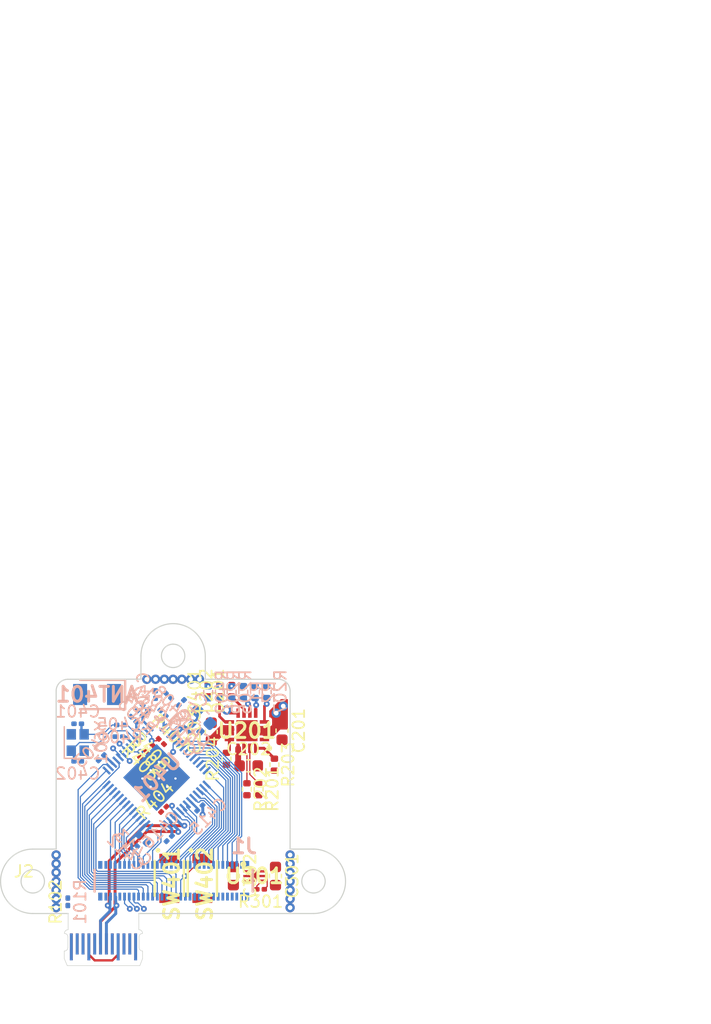
<source format=kicad_pcb>
(kicad_pcb (version 20221018) (generator pcbnew)
  (layers (0 "F.Cu" signal) (1 "In1.Cu" power) (2 "In2.Cu" mixed) (3 "In3.Cu" mixed) (4 "In4.Cu" power) (31 "B.Cu" signal) (34 "B.Paste" user) (35 "F.Paste" user) (36 "B.SilkS" user "B.Silkscreen") (37 "F.SilkS" user "F.Silkscreen") (38 "B.Mask" user) (39 "F.Mask" user) (44 "Edge.Cuts" user))
  (net 0 "")
  (net 1 "Net-(ANT401-A)")
  (net 2 "/VBAT")
  (net 3 "GND")
  (net 4 "VBUS")
  (net 5 "/VSYS")
  (net 7 "+3V3")
  (net 8 "Net-(C401-Pad1)")
  (net 9 "Net-(U401-XTAL_N)")
  (net 10 "/400_ESP32/LNA_IN")
  (net 11 "SPI6")
  (net 12 "/400_ESP32/EN")
  (net 13 "/200_1S_Charger/BQ_PGOOD")
  (net 14 "/200_1S_Charger/LED_PG")
  (net 15 "/200_1S_Charger/BQ_CHG")
  (net 16 "/200_1S_Charger/LED_CHG")
  (net 17 "/400_ESP32/LED_NET")
  (net 18 "/100_Connectors/CC1")
  (net 19 "/100_Connectors/D+")
  (net 20 "/100_Connectors/D-")
  (net 21 "/100_Connectors/CC2")
  (net 22 "/100_Connectors/RX0")
  (net 23 "IO0")
  (net 24 "/100_Connectors/TX0")
  (net 25 "IO1")
  (net 26 "SPI0")
  (net 27 "IO2")
  (net 28 "SPI1")
  (net 29 "IO3")
  (net 30 "SPI2")
  (net 31 "IO4")
  (net 32 "SPI3")
  (net 33 "IO5")
  (net 34 "SPI4")
  (net 35 "IO6")
  (net 36 "SPI5")
  (net 37 "IO7")
  (net 38 "SPI7")
  (net 39 "IO8")
  (net 40 "/100_Connectors/BATTERY_TEMP")
  (net 41 "IO9")
  (net 42 "IO10")
  (net 43 "IO11")
  (net 44 "IO34")
  (net 45 "IO12")
  (net 46 "IO35")
  (net 47 "IO13")
  (net 48 "IO36")
  (net 49 "IO14")
  (net 50 "IO37")
  (net 51 "IO15")
  (net 52 "IO38")
  (net 53 "IO16")
  (net 54 "IO39")
  (net 55 "IO17")
  (net 56 "IO40")
  (net 57 "IO18")
  (net 58 "IO41")
  (net 59 "IO21")
  (net 60 "IO42")
  (net 61 "IO33")
  (net 62 "/200_1S_Charger/SYSOFF")
  (net 63 "/200_1S_Charger/TMR")
  (net 64 "/200_1S_Charger/ISET")
  (net 65 "/200_1S_Charger/ILIM")
  (net 66 "/200_1S_Charger/BQ_CE")
  (net 67 "/300_Power/PRIM_LDO_EN")
  (net 68 "Net-(U401-XTAL_P)")
  (net 69 "/400_ESP32/IO46")
  (net 70 "/400_ESP32/IO45")
  (net 73 "/200_1S_Charger/EN1")
  (net 74 "/200_1S_Charger/EN2")
  (footprint "Resistor_SMD:R_0201_0603Metric" (layer "F.Cu") (at 134.46066 94.83934 135)
    (fp_text reference "R405")
    (fp_text value "nu")
  )
  (footprint "Resistor_SMD:R_0402_1005Metric" (layer "F.Cu") (at 143.31 98.390001 -90)
    (fp_text reference "R201")
    (fp_text value "0")
  )
  (footprint "Capacitor_SMD:C_0603_1608Metric" (layer "F.Cu") (at 141.15 105.8 -90)
    (fp_text reference "C302")
    (fp_text value "2u2")
  )
  (footprint "Component_lib:QFN50P300X300X100-17N-D" (layer "F.Cu") (at 142.31 93.39 180)
    (fp_text reference "U201")
    (fp_text value "BQ24075RGTR" hide)
  )
  (footprint "Capacitor_SMD:C_0603_1608Metric" (layer "F.Cu") (at 145.31 93.39 -90)
    (fp_text reference "C201")
    (fp_text value "4u7")
  )
  (footprint "Capacitor_SMD:C_0603_1608Metric" (layer "F.Cu") (at 142.46 96.39)
    (fp_text reference "C202")
    (fp_text value "1u")
  )
  (footprint "Resistor_SMD:R_0201_0603Metric" (layer "F.Cu") (at 127 108 90)
    (fp_text reference "R102")
    (fp_text value "5.1k")
  )
  (footprint "Component_lib:SON40P120X120X60-7N-D" (layer "F.Cu") (at 142.95 105.8)
    (fp_text reference "U301")
    (fp_text value "MIC5528-3.3YMT-T5" hide)
  )
  (footprint "Resistor_SMD:R_0402_1005Metric" (layer "F.Cu") (at 140.56 95.79 90)
    (fp_text reference "R204")
    (fp_text value "1k1")
  )
  (footprint "LED_SMD:LED_0402_1005Metric" (layer "F.Cu") (at 139 90 90)
    (fp_text reference "D401")
    (fp_text value "LED")
  )
  (footprint "LED_SMD:LED_0402_1005Metric" (layer "F.Cu") (at 141 90 90)
    (fp_text reference "D201")
    (fp_text value "LED")
  )
  (footprint "Capacitor_SMD:C_0603_1608Metric" (layer "F.Cu") (at 144.749999 105.8 -90)
    (fp_text reference "C301")
    (fp_text value "2u2")
  )
  (footprint "Resistor_SMD:R_0201_0603Metric" (layer "F.Cu") (at 133.4 95.9 -45)
    (fp_text reference "R408")
    (fp_text value "nu")
  )
  (footprint "Resistor_SMD:R_0201_0603Metric" (layer "F.Cu") (at 135.2 100.1 45)
    (fp_text reference "R404")
    (fp_text value "10k")
  )
  (footprint "Component_lib:usb-c-pcb" (layer "F.Cu") (at 130.046853 109 180)
    (fp_text reference "J2")
    (fp_text value "Bare PCB USB C")
    (fp_line (start -3.34 -3.85) (end -3.34 -3.2) (stroke (width 0.05)) (layer "Edge.Cuts"))
    (fp_line (start -3.11 -4.45) (end -3.34 -3.85) (stroke (width 0.05)) (layer "Edge.Cuts"))
    (fp_line (start -3.095 -4.45) (end 3.095 -4.45) (stroke (width 0.05)) (layer "Edge.Cuts"))
    (fp_line (start -3.04 -2.9) (end -3.04 -2) (stroke (width 0.05)) (layer "Edge.Cuts"))
    (fp_line (start -3.02 -1.38) (end -3.02 0) (stroke (width 0.05)) (layer "Edge.Cuts"))
    (fp_line (start 3.02 -1.38) (end 3.02 0) (stroke (width 0.05)) (layer "Edge.Cuts"))
    (fp_line (start 3.04 -2.9) (end 3.04 -1.99) (stroke (width 0.05)) (layer "Edge.Cuts"))
    (fp_line (start 3.1 -4.45) (end 3.35 -3.85) (stroke (width 0.05)) (layer "Edge.Cuts"))
    (fp_line (start 3.35 -3.85) (end 3.35 -3.2) (stroke (width 0.05)) (layer "Edge.Cuts"))
    (fp_arc (start -3.34 -3.2) (mid -3.127868 -3.112132) (end -3.04 -2.9) (stroke (width 0.05)) (layer "Edge.Cuts"))
    (fp_arc (start -3.04 -2) (mid -3.127868 -1.787868) (end -3.34 -1.7) (stroke (width 0.05)) (layer "Edge.Cuts"))
    (fp_arc (start -3.02 -1.38) (mid -3.246274 -1.473726) (end -3.34 -1.7) (stroke (width 0.05)) (layer "Edge.Cuts"))
    (fp_arc (start 3.039833 -2.900048) (mid 3.131333 -3.115773) (end 3.35 -3.2) (stroke (width 0.05)) (layer "Edge.Cuts"))
    (fp_arc (start 3.34 -1.7) (mid 3.246274 -1.473726) (end 3.02 -1.38) (stroke (width 0.05)) (layer "Edge.Cuts"))
    (fp_arc (start 3.34 -1.7) (mid 3.127868 -1.787868) (end 3.04 -2) (stroke (width 0.05)) (layer "Edge.Cuts"))
  )
  (footprint "Resistor_SMD:R_0201_0603Metric" (layer "F.Cu") (at 143.477207 106.931371 180)
    (fp_text reference "R301")
    (fp_text value "0k")
  )
  (footprint "Resistor_SMD:R_0201_0603Metric" (layer "F.Cu") (at 133.93033 95.36967 135)
    (fp_text reference "R406")
    (fp_text value "nu")
  )
  (footprint "Component_lib:B3U-1000P" (layer "F.Cu") (at 135.674711 106 90)
    (fp_text reference "SW401")
    (fp_text value "SW_Push" hide)
  )
  (footprint "Component_lib:B3U-1000P" (layer "F.Cu") (at 138.5 106 90)
    (fp_text reference "SW402")
    (fp_text value "SW_Push" hide)
  )
  (footprint "Resistor_SMD:R_0201_0603Metric" (layer "F.Cu") (at 134.99099 94.30901 -45)
    (fp_text reference "R407")
    (fp_text value "nu")
  )
  (footprint "LED_SMD:LED_0402_1005Metric" (layer "F.Cu") (at 140 90 90)
    (fp_text reference "D202")
    (fp_text value "LED")
  )
  (footprint "Resistor_SMD:R_0402_1005Metric" (layer "F.Cu") (at 142.31 98.39 -90)
    (fp_text reference "R202")
    (fp_text value "36k5")
  )
  (footprint "Capacitor_SMD:C_0603_1608Metric" (layer "F.Cu") (at 139.26 93.49 90)
    (fp_text reference "C203")
    (fp_text value "4u7")
  )
  (footprint "Resistor_SMD:R_0402_1005Metric" (layer "F.Cu") (at 144.66 96.29 -90)
    (fp_text reference "R203")
    (fp_text value "590")
  )
  (footprint "Resistor_SMD:R_0402_1005Metric" (layer "B.Cu") (at 144 90.09 90)
    (fp_text reference "R207")
    (fp_text value "100k")
  )
  (footprint "Capacitor_SMD:C_0201_0603Metric" (layer "B.Cu") (at 133.161666 91.889558 135)
    (fp_text reference "C414")
    (fp_text value "100n")
  )
  (footprint "Capacitor_SMD:C_0201_0603Metric" (layer "B.Cu") (at 138.285965 99.983705 45)
    (fp_text reference "C415")
    (fp_text value "100n")
  )
  (footprint "Resistor_SMD:R_0402_1005Metric" (layer "B.Cu") (at 141 90.094999 90)
    (fp_text reference "R205")
    (fp_text value "1k5")
  )
  (footprint "Capacitor_SMD:C_0201_0603Metric" (layer "B.Cu") (at 127.845 96)
    (fp_text reference "C402")
    (fp_text value "15p")
  )
  (footprint "Capacitor_SMD:C_0201_0603Metric" (layer "B.Cu") (at 131.36967 93.9 180)
    (fp_text reference "C405")
    (fp_text value "100n")
  )
  (footprint "Resistor_SMD:R_0402_1005Metric" (layer "B.Cu") (at 140 90.094999 90)
    (fp_text reference "R206")
    (fp_text value "1k5")
  )
  (footprint "Capacitor_SMD:C_0201_0603Metric" (layer "B.Cu") (at 132.626563 92.424661 135)
    (fp_text reference "C404")
    (fp_text value "100n")
  )
  (footprint "Inductor_SMD:L_0201_0603Metric" (layer "B.Cu") (at 135.6 90.4 -45)
    (fp_text reference "L401")
    (fp_text value "L")
  )
  (footprint "Capacitor_SMD:C_0201_0603Metric" (layer "B.Cu") (at 135.66967 102.6 -135)
    (fp_text reference "C416")
    (fp_text value "100n")
  )
  (footprint "Component_lib:Crystal_SMD_2016-4Pin_2.0x1.6mm" (layer "B.Cu") (at 127.845 94.4 90)
    (fp_text reference "Y601")
    (fp_text value "Crystal_GND24_Small")
  )
  (footprint "Resistor_SMD:R_0402_1005Metric" (layer "B.Cu") (at 143 90.09 90)
    (fp_text reference "R2")
    (fp_text value "R")
  )
  (footprint "Capacitor_SMD:C_0201_0603Metric" (layer "B.Cu") (at 137.144151 93.325343 -45)
    (fp_text reference "C411")
    (fp_text value "100n")
  )
  (footprint "Capacitor_SMD:C_0201_0603Metric" (layer "B.Cu") (at 132.702047 103.02649 -45)
    (fp_text reference "C412")
    (fp_text value "100n")
  )
  (footprint "Capacitor_SMD:C_0201_0603Metric" (layer "B.Cu") (at 134.5 90.3 -90)
    (fp_text reference "C406")
    (fp_text value "C")
  )
  (footprint "Capacitor_SMD:C_0603_1608Metric" (layer "B.Cu") (at 138.602461 92.225431 -45)
    (fp_text reference "C409")
    (fp_text value "10u")
  )
  (footprint "Capacitor_SMD:C_0201_0603Metric" (layer "B.Cu") (at 136.7 91 45)
    (fp_text reference "C407")
    (fp_text value "C")
  )
  (footprint "Capacitor_SMD:C_0201_0603Metric" (layer "B.Cu") (at 127.845 92.8 180)
    (fp_text reference "C401")
    (fp_text value "15p")
  )
  (footprint "Capacitor_SMD:C_0402_1005Metric" (layer "B.Cu") (at 133.409154 102.602226 -45)
    (fp_text reference "C413")
    (fp_text value "1u")
  )
  (footprint "Resistor_SMD:R_0201_0603Metric" (layer "B.Cu") (at 127 108 90)
    (fp_text reference "R101")
    (fp_text value "5.1k")
  )
  (footprint "Component_lib:DF40C-60DP-0.4V(51)" (layer "B.Cu") (at 136.046853 106.2 180)
    (fp_text reference "J1")
    (fp_text value "DF40C-60DP-0.4V(51)" hide)
  )
  (footprint "Component_lib:QFN40P700X700X90-57N-D" (layer "B.Cu") (at 134.587207 97.389213 -135)
    (fp_text reference "U401")
    (fp_text value "ESP32-S2FH4" hide)
  )
  (footprint "Resistor_SMD:R_0402_1005Metric" (layer "B.Cu") (at 139 90.11 90)
    (fp_text reference "R402")
    (fp_text value "2k")
  )
  (footprint "Component_lib:DF40C-60DP-0.4V(51)" (layer "B.Cu") (at 136.046853 106.2 180)
    (fp_text reference "J1")
    (fp_text value "DF40C-60DP-0.4V(51)" hide)
  )
  (footprint "Capacitor_SMD:C_0402_1005Metric" (layer "B.Cu") (at 137.996967 93.122135 -45)
    (fp_text reference "C410")
    (fp_text value "1u")
  )
  (footprint "Resistor_SMD:R_0402_1005Metric" (layer "B.Cu") (at 142 90.09 90)
    (fp_text reference "R1")
    (fp_text value "R")
  )
  (footprint "Resistor_SMD:R_0201_0603Metric" (layer "B.Cu") (at 131.5 92.9)
    (fp_text reference "R401")
    (fp_text value "0")
  )
  (footprint "Resistor_SMD:R_0201_0603Metric" (layer "B.Cu") (at 133.621286 91.429939 -45)
    (fp_text reference "R403")
    (fp_text value "10k")
  )
  (footprint "Capacitor_SMD:C_0201_0603Metric" (layer "B.Cu") (at 129.864126 95.7 -135)
    (fp_text reference "C403")
    (fp_text value "100n")
  )
  (footprint "Component_lib:ANTC3216X140N" (layer "B.Cu") (at 129.5 90.3 180)
    (fp_text reference "ANT401")
    (fp_text value "2450AT18A100E" hide)
  )
  (footprint "Capacitor_SMD:C_0201_0603Metric" (layer "B.Cu") (at 135.13934 91.887333 135)
    (fp_text reference "C408")
    (fp_text value "100n")
  )
  (gr_line (start 124 109) (end 125.99 109) (stroke (width 0.1)) (layer "Edge.Cuts"))
  (gr_line (start 138.75 87) (end 138.75 89) (stroke (width 0.1)) (layer "Edge.Cuts"))
  (gr_line (start 145 89) (end 138.75 89) (stroke (width 0.1)) (layer "Edge.Cuts"))
  (gr_line (start 124 103.5) (end 126 103.5) (stroke (width 0.1)) (layer "Edge.Cuts"))
  (gr_arc (start 145 89) (mid 145.707107 89.292893) (end 146 90) (stroke (width 0.1)) (layer "Edge.Cuts"))
  (gr_arc (start 147.989999 103.5) (mid 150.74 106.25) (end 147.99 109) (stroke (width 0.1)) (layer "Edge.Cuts"))
  (gr_line (start 147.989999 103.5) (end 146 103.5) (stroke (width 0.1)) (layer "Edge.Cuts"))
  (gr_line (start 133.25 88.99) (end 127 89) (stroke (width 0.1)) (layer "Edge.Cuts"))
  (gr_arc (start 133.25 87.000001) (mid 136 84.25) (end 138.75 87) (stroke (width 0.1)) (layer "Edge.Cuts"))
  (gr_line (start 133.25 87.000001) (end 133.25 88.99) (stroke (width 0.1)) (layer "Edge.Cuts"))
  (gr_line (start 146 90) (end 146 103.5) (stroke (width 0.1)) (layer "Edge.Cuts"))
  (gr_line (start 126 103.5) (end 126 90) (stroke (width 0.1)) (layer "Edge.Cuts"))
  (gr_arc (start 124 109) (mid 121.25 106.25) (end 124 103.5) (stroke (width 0.1)) (layer "Edge.Cuts"))
  (gr_circle (center 148 106.25) (end 149 106.25) (stroke (width 0.1)) (fill none) (layer "Edge.Cuts"))
  (gr_line (start 127.026853 109) (end 125.99 109) (stroke (width 0.1)) (layer "Edge.Cuts"))
  (gr_line (start 145.99 109) (end 133.066853 109) (stroke (width 0.1)) (layer "Edge.Cuts"))
  (gr_line (start 147.99 109) (end 145.99 109) (stroke (width 0.1)) (layer "Edge.Cuts"))
  (gr_arc (start 126 90) (mid 126.292893 89.292893) (end 127 89) (stroke (width 0.1)) (layer "Edge.Cuts"))
  (gr_circle (center 136 87) (end 137 87) (stroke (width 0.1)) (fill none) (layer "Edge.Cuts"))
  (gr_circle (center 124 106.25) (end 125 106.25) (stroke (width 0.1)) (fill none) (layer "Edge.Cuts"))
  (segment (start 145.31 92.615) (end 144.435 93.49) (width 0.75) (layer "F.Cu") (net 2))
  (segment (start 144.435 93.49) (end 143.86 93.49) (width 0.75) (layer "F.Cu") (net 2))
  (via (at 144.813147 91.89) (size 0.8) (drill 0.4) (layers "F.Cu" "B.Cu") (net 2))
  (via (at 145.413147 91.29) (size 0.8) (drill 0.4) (layers "F.Cu" "B.Cu") (net 2))
  (segment (start 140.836522 91.89) (end 140.573261 91.626739) (width 0.228) (layer "F.Cu") (net 3))
  (segment (start 141.56 91.89) (end 140.836522 91.89) (width 0.228) (layer "F.Cu") (net 3))
  (via (at 146 107) (size 0.8) (drill 0.4) (layers "F.Cu" "B.Cu") (net 3))
  (via (at 126 107.000001) (size 0.8) (drill 0.4) (layers "F.Cu" "B.Cu") (net 3))
  (via (at 146 108.5) (size 0.8) (drill 0.4) (layers "F.Cu" "B.Cu") (net 3))
  (via (at 135.25 89) (size 0.8) (drill 0.4) (layers "F.Cu" "B.Cu") (net 3))
  (via (at 134.785786 98.88769) (size 0.5) (drill 0.2) (layers "F.Cu" "B.Cu") (net 3))
  (via (at 138.250001 89) (size 0.8) (drill 0.4) (layers "F.Cu" "B.Cu") (net 3))
  (via (at 146 104.750002) (size 0.8) (drill 0.4) (layers "F.Cu" "B.Cu") (net 3))
  (via (at 136.2 97.473476) (size 0.5) (drill 0.2) (layers "F.Cu" "B.Cu") (net 3))
  (via (at 134.785786 96.059263) (size 0.5) (drill 0.2) (layers "F.Cu" "B.Cu") (net 3))
  (via (at 134.07868 98.180583) (size 0.5) (drill 0.2) (layers "F.Cu" "B.Cu") (net 3))
  (via (at 133.75 89) (size 0.8) (drill 0.4) (layers "F.Cu" "B.Cu") (net 3))
  (via (at 135.492893 96.76637) (size 0.5) (drill 0.2) (layers "F.Cu" "B.Cu") (net 3))
  (via (at 146 103.999999) (size 0.8) (drill 0.4) (layers "F.Cu" "B.Cu") (net 3))
  (via (at 126 104) (size 0.8) (drill 0.4) (layers "F.Cu" "B.Cu") (net 3))
  (via (at 146 106.25) (size 0.8) (drill 0.4) (layers "F.Cu" "B.Cu") (net 3))
  (via (at 133.371573 97.473476) (size 0.5) (drill 0.2) (layers "F.Cu" "B.Cu") (net 3))
  (via (at 126 105.500001) (size 0.8) (drill 0.4) (layers "F.Cu" "B.Cu") (net 3))
  (via (at 134.785786 97.473476) (size 0.5) (drill 0.2) (layers "F.Cu" "B.Cu") (net 3))
  (via (at 138.51967 100.55) (size 0.5) (drill 0.2) (layers "F.Cu" "B.Cu") (net 3))
  (via (at 126 106.250001) (size 0.8) (drill 0.4) (layers "F.Cu" "B.Cu") (net 3))
  (via (at 146 107.75) (size 0.8) (drill 0.4) (layers "F.Cu" "B.Cu") (net 3))
  (via (at 137.499999 89) (size 0.8) (drill 0.4) (layers "F.Cu" "B.Cu") (net 3))
  (via (at 136.75 89) (size 0.8) (drill 0.4) (layers "F.Cu" "B.Cu") (net 3))
  (via (at 136 89) (size 0.8) (drill 0.4) (layers "F.Cu" "B.Cu") (net 3))
  (via (at 146 105.5) (size 0.8) (drill 0.4) (layers "F.Cu" "B.Cu") (net 3))
  (via (at 126 108.500001) (size 0.8) (drill 0.4) (layers "F.Cu" "B.Cu") (net 3))
  (via (at 135.492893 98.180583) (size 0.5) (drill 0.2) (layers "F.Cu" "B.Cu") (net 3))
  (via (at 126 107.750001) (size 0.8) (drill 0.4) (layers "F.Cu" "B.Cu") (net 3))
  (via (at 134.5 89) (size 0.8) (drill 0.4) (layers "F.Cu" "B.Cu") (net 3))
  (via (at 134.07868 96.76637) (size 0.5) (drill 0.2) (layers "F.Cu" "B.Cu") (net 3))
  (via (at 126 104.750003) (size 0.8) (drill 0.4) (layers "F.Cu" "B.Cu") (net 3))
  (via (at 140.573261 91.626739) (size 0.8) (drill 0.4) (layers "F.Cu" "B.Cu") (net 3))
  (segment (start 138.537326 100.532344) (end 138.51967 100.55) (width 0.25) (layer "B.Cu") (net 3))
  (segment (start 138.537326 99.782518) (end 138.537326 100.532344) (width 0.25) (layer "B.Cu") (net 3))
  (segment (start 138.512239 99.757431) (end 138.537326 99.782518) (width 0.25) (layer "B.Cu") (net 3))
  (segment (start 128.796853 112.505) (end 129.291853 113) (width 0.2) (layer "F.Cu") (net 4))
  (segment (start 131.296853 112.505) (end 131.296853 111.85) (width 0.2) (layer "F.Cu") (net 4))
  (segment (start 129.291853 113) (end 130.801853 113) (width 0.2) (layer "F.Cu") (net 4))
  (segment (start 128.796853 111.85) (end 128.796853 112.505) (width 0.2) (layer "F.Cu") (net 4))
  (segment (start 141.56 94.89) (end 141.56 96.265) (width 0.5) (layer "F.Cu") (net 4))
  (segment (start 130.801853 113) (end 131.296853 112.505) (width 0.2) (layer "F.Cu") (net 4))
  (segment (start 143.797207 106.931371) (end 144.039999 106.688579) (width 0.1) (layer "F.Cu") (net 5))
  (segment (start 144.039999 105.64201) (end 143.797989 105.4) (width 0.1) (layer "F.Cu") (net 5))
  (segment (start 144.039999 106.688579) (end 144.039999 105.64201) (width 0.1) (layer "F.Cu") (net 5))
  (segment (start 143.797989 105.4) (end 143.6 105.4) (width 0.1) (layer "F.Cu") (net 5))
  (segment (start 140.235 93.29) (end 140.86 93.29) (width 0.75) (layer "F.Cu") (net 5))
  (segment (start 139.26 94.265) (end 140.235 93.29) (width 0.75) (layer "F.Cu") (net 5))
  (segment (start 136.036776 93.959745) (end 136.057201 93.959745) (width 0.2) (layer "B.Cu") (net 7))
  (segment (start 135.895944 102.373726) (end 135.895944 101.80922) (width 0.25) (layer "B.Cu") (net 7))
  (segment (start 138.054453 92.385827) (end 137.657556 92.782724) (width 0.2) (layer "B.Cu") (net 7))
  (segment (start 136.057201 93.959745) (end 136.917877 93.099069) (width 0.2) (layer "B.Cu") (net 7))
  (segment (start 135.188248 93.111217) (end 135.188248 92.290973) (width 0.2) (layer "B.Cu") (net 7))
  (segment (start 138.059691 100.209979) (end 138.059691 100.013169) (width 0.2) (layer "B.Cu") (net 7))
  (segment (start 138.059691 100.013169) (end 137.450989 99.404467) (width 0.2) (layer "B.Cu") (net 7))
  (segment (start 130.839161 96.222487) (end 130.0904 95.473726) (width 0.2) (layer "B.Cu") (net 7))
  (segment (start 131.946522 93.9) (end 131.68967 93.9) (width 0.2) (layer "B.Cu") (net 7))
  (segment (start 135.188248 92.290973) (end 135.365614 92.113607) (width 0.2) (layer "B.Cu") (net 7))
  (segment (start 138.054453 91.677423) (end 138.054453 92.385827) (width 0.2) (layer "B.Cu") (net 7))
  (segment (start 130.874896 96.222487) (end 130.874896 96.197868) (width 0.2) (layer "B.Cu") (net 7))
  (segment (start 130.874896 96.222487) (end 130.839161 96.222487) (width 0.2) (layer "B.Cu") (net 7))
  (segment (start 136.917877 93.099069) (end 136.331766 93.099069) (width 0.2) (layer "B.Cu") (net 7))
  (segment (start 132.852837 93.109258) (end 133.420481 93.676902) (width 0.2) (layer "B.Cu") (net 7))
  (segment (start 132.852837 92.650935) (end 132.852837 93.109258) (width 0.2) (layer "B.Cu") (net 7))
  (segment (start 136.917877 93.099069) (end 137.341211 93.099069) (width 0.2) (layer "B.Cu") (net 7))
  (segment (start 136.331766 93.099069) (end 135.753933 93.676902) (width 0.2) (layer "B.Cu") (net 7))
  (segment (start 135.895944 101.80922) (end 135.47109 101.384367) (width 0.25) (layer "B.Cu") (net 7))
  (segment (start 132.571953 94.525431) (end 131.946522 93.9) (width 0.2) (layer "B.Cu") (net 7))
  (segment (start 137.341211 93.099069) (end 137.657556 92.782724) (width 0.2) (layer "B.Cu") (net 7))
  (segment (start 131.18 92.9) (end 130.8 92.9) (width 0.1) (layer "B.Cu") (net 8))
  (segment (start 128.394999 93.7) (end 128.165 93.470001) (width 0.2) (layer "B.Cu") (net 8))
  (segment (start 130 93.7) (end 128.395 93.7) (width 0.1) (layer "B.Cu") (net 8))
  (segment (start 128.165 93.470001) (end 128.165 92.8) (width 0.2) (layer "B.Cu") (net 8))
  (segment (start 130.8 92.9) (end 130 93.7) (width 0.1) (layer "B.Cu") (net 8))
  (segment (start 129.7 94.4) (end 127.995 94.4) (width 0.1) (layer "B.Cu") (net 9))
  (segment (start 127.995 94.4) (end 127.295 95.1) (width 0.1) (layer "B.Cu") (net 9))
  (segment (start 132.854795 94.242588) (end 132.012207 93.4) (width 0.1) (layer "B.Cu") (net 9))
  (segment (start 127.525 95.33) (end 127.525 96) (width 0.2) (layer "B.Cu") (net 9))
  (segment (start 130.7 93.4) (end 129.7 94.4) (width 0.1) (layer "B.Cu") (net 9))
  (segment (start 132.012207 93.4) (end 130.7 93.4) (width 0.1) (layer "B.Cu") (net 9))
  (segment (start 133.703323 101.384367) (end 133.281261 101.806429) (width 0.25) (layer "B.Cu") (net 11))
  (segment (start 133.703324 101.384366) (end 133.069743 102.017947) (width 0.2) (layer "B.Cu") (net 11))
  (segment (start 133.08873 102.281802) (end 132.805887 102.281802) (width 0.25) (layer "B.Cu") (net 11))
  (segment (start 132.450686 103.450686) (end 133.046853 104.046853) (width 0.25) (layer "B.Cu") (net 11))
  (segment (start 133.703324 101.384366) (end 133.281261 101.806429) (width 0.2) (layer "B.Cu") (net 11))
  (segment (start 132.805887 102.281802) (end 132.475773 102.611917) (width 0.25) (layer "B.Cu") (net 11))
  (segment (start 133.046853 104.046853) (end 133.046853 104.845) (width 0.25) (layer "B.Cu") (net 11))
  (segment (start 133.08873 101.99896) (end 133.08873 102.281802) (width 0.25) (layer "B.Cu") (net 11))
  (segment (start 132.475773 102.800216) (end 132.450686 102.825303) (width 0.25) (layer "B.Cu") (net 11))
  (segment (start 132.450686 102.825303) (end 132.450686 103.450686) (width 0.25) (layer "B.Cu") (net 11))
  (segment (start 133.069742 102.017948) (end 133.703323 101.384367) (width 0.25) (layer "B.Cu") (net 11))
  (segment (start 133.281261 101.806429) (end 133.08873 101.99896) (width 0.25) (layer "B.Cu") (net 11))
  (segment (start 133.847559 91.656213) (end 133.38794 92.115832) (width 0.2) (layer "B.Cu") (net 12))
  (segment (start 133.84756 91.656213) (end 133.847559 91.656213) (width 0.2) (layer "B.Cu") (net 12))
  (segment (start 133.38794 92.115832) (end 133.38794 92.512991) (width 0.2) (layer "B.Cu") (net 12))
  (segment (start 133.38794 92.512991) (end 133.986166 93.111217) (width 0.2) (layer "B.Cu") (net 12))
  (segment (start 141 90.485) (end 142.06 91.545) (width 0.228) (layer "F.Cu") (net 13))
  (segment (start 142.06 91.545) (end 142.06 91.89) (width 0.228) (layer "F.Cu") (net 13))
  (segment (start 141 89.515) (end 141 89.584999) (width 0.228) (layer "F.Cu") (net 14))
  (via (at 141 89.584999) (size 0.5) (drill 0.2) (layers "F.Cu" "B.Cu") (net 14))
  (segment (start 140 90.485) (end 139.969261 90.515739) (width 0.228) (layer "F.Cu") (net 15))
  (segment (start 139.969261 92.169261) (end 140.44 92.64) (width 0.228) (layer "F.Cu") (net 15))
  (segment (start 140.44 92.64) (end 140.81 92.64) (width 0.228) (layer "F.Cu") (net 15))
  (segment (start 139.969261 90.515739) (end 139.969261 92.169261) (width 0.228) (layer "F.Cu") (net 15))
  (segment (start 140 89.515) (end 140 89.584999) (width 0.228) (layer "F.Cu") (net 16))
  (via (at 140 89.584999) (size 0.5) (drill 0.2) (layers "F.Cu" "B.Cu") (net 16))
  (segment (start 139 89.515) (end 139 89.6) (width 0.228) (layer "F.Cu") (net 17))
  (via (at 139 89.6) (size 0.5) (drill 0.2) (layers "F.Cu" "B.Cu") (net 17))
  (segment (start 133.753226 102.000328) (end 136.405248 102.000328) (width 0.25) (layer "F.Cu") (net 19))
  (segment (start 129.796853 109.678147) (end 129.796853 111.6) (width 0.25) (layer "F.Cu") (net 19))
  (segment (start 136.405248 102.000328) (end 136.43558 102.03066) (width 0.25) (layer "F.Cu") (net 19))
  (segment (start 131.035439 104.718115) (end 131.035439 108.189561) (width 0.25) (layer "F.Cu") (net 19))
  (segment (start 131.035439 108.189561) (end 131.160439 108.314561) (width 0.25) (layer "F.Cu") (net 19))
  (segment (start 131.160439 108.314561) (end 129.796853 109.678147) (width 0.25) (layer "F.Cu") (net 19))
  (segment (start 133.753226 102.000328) (end 131.035439 104.718115) (width 0.25) (layer "F.Cu") (net 19))
  (via (at 131.160439 108.314561) (size 0.5) (drill 0.2) (layers "F.Cu" "B.Cu") (net 19))
  (via (at 136.43558 102.03066) (size 0.5) (drill 0.2) (layers "F.Cu" "B.Cu") (net 19))
  (segment (start 131.096853 107.605) (end 131.096853 109.006701) (width 0.25) (layer "B.Cu") (net 19))
  (segment (start 131.096853 109.006701) (end 130.296853 109.806701) (width 0.25) (layer "B.Cu") (net 19))
  (segment (start 131.035439 108.439561) (end 131.035439 108.524636) (width 0.25) (layer "B.Cu") (net 19))
  (segment (start 135.753933 101.101524) (end 135.753933 101.172235) (width 0.25) (layer "B.Cu") (net 19))
  (segment (start 130.296853 109.806701) (end 130.296853 111.6) (width 0.25) (layer "B.Cu") (net 19))
  (segment (start 131.160439 108.314561) (end 131.035439 108.439561) (width 0.25) (layer "B.Cu") (net 19))
  (segment (start 135.753933 101.172235) (end 136.43558 101.853882) (width 0.25) (layer "B.Cu") (net 19))
  (segment (start 136.43558 101.853882) (end 136.43558 102.03066) (width 0.25) (layer "B.Cu") (net 19))
  (segment (start 131.046853 107.555) (end 131.096853 107.605) (width 0.25) (layer "B.Cu") (net 19))
  (segment (start 130.535439 108.189561) (end 130.535439 104.511007) (width 0.25) (layer "F.Cu") (net 20))
  (segment (start 133.546118 101.500328) (end 136.965912 101.500328) (width 0.25) (layer "F.Cu") (net 20))
  (segment (start 130.410439 108.314561) (end 130.535439 108.189561) (width 0.25) (layer "F.Cu") (net 20))
  (segment (start 130.535439 104.511007) (end 133.546118 101.500328) (width 0.25) (layer "F.Cu") (net 20))
  (via (at 130.410439 108.314561) (size 0.5) (drill 0.2) (layers "F.Cu" "B.Cu") (net 20))
  (via (at 136.965912 101.500328) (size 0.5) (drill 0.2) (layers "F.Cu" "B.Cu") (net 20))
  (segment (start 136.036776 100.818681) (end 136.107487 100.818681) (width 0.25) (layer "B.Cu") (net 20))
  (segment (start 130.596853 108.799593) (end 129.796853 109.599593) (width 0.25) (layer "B.Cu") (net 20))
  (segment (start 130.596853 107.605) (end 130.596853 108.799593) (width 0.25) (layer "B.Cu") (net 20))
  (segment (start 130.646853 107.555) (end 130.596853 107.605) (width 0.25) (layer "B.Cu") (net 20))
  (segment (start 130.535439 108.439561) (end 130.535439 108.524636) (width 0.25) (layer "B.Cu") (net 20))
  (segment (start 129.796853 109.599593) (end 129.796853 111.6) (width 0.25) (layer "B.Cu") (net 20))
  (segment (start 130.410439 108.314561) (end 130.535439 108.439561) (width 0.25) (layer "B.Cu") (net 20))
  (segment (start 136.107487 100.818681) (end 136.789134 101.500328) (width 0.25) (layer "B.Cu") (net 20))
  (segment (start 136.789134 101.500328) (end 136.965912 101.500328) (width 0.25) (layer "B.Cu") (net 20))
  (via (at 131.41967 94.5) (size 0.5) (drill 0.2) (layers "F.Cu" "B.Cu") (net 22))
  (via (at 132.9 108.6) (size 0.5) (drill 0.2) (layers "F.Cu" "B.Cu") (net 22))
  (segment (start 132.006267 95.091116) (end 132.006267 95.086597) (width 0.1) (layer "B.Cu") (net 22))
  (segment (start 132.246853 107.555) (end 132.246853 107.946853) (width 0.1) (layer "B.Cu") (net 22))
  (segment (start 132.006267 95.086597) (end 131.41967 94.5) (width 0.1) (layer "B.Cu") (net 22))
  (segment (start 132.246853 107.946853) (end 132.9 108.6) (width 0.1) (layer "B.Cu") (net 22))
  (segment (start 137 105.8) (end 138.5 104.3) (width 0.1) (layer "F.Cu") (net 23))
  (via (at 137 105.8) (size 0.5) (drill 0.2) (layers "F.Cu" "B.Cu") (net 23))
  (via (at 136 95.2) (size 0.5) (drill 0.2) (layers "F.Cu" "B.Cu") (net 23))
  (segment (start 136.319619 94.242588) (end 136.319619 94.280381) (width 0.1) (layer "B.Cu") (net 23))
  (segment (start 136.646853 106.153147) (end 137 105.8) (width 0.1) (layer "B.Cu") (net 23))
  (segment (start 136.319619 94.242588) (end 136 94.562207) (width 0.1) (layer "B.Cu") (net 23))
  (segment (start 136.646853 107.555) (end 136.646853 106.153147) (width 0.1) (layer "B.Cu") (net 23))
  (segment (start 136 94.562207) (end 136 95.2) (width 0.1) (layer "B.Cu") (net 23))
  (via (at 133.5 108.6) (size 0.5) (drill 0.2) (layers "F.Cu" "B.Cu") (net 24))
  (via (at 132.282601 95.973402) (size 0.5) (drill 0.2) (layers "F.Cu" "B.Cu") (net 24))
  (segment (start 132.646853 107.555) (end 132.646853 107.985) (width 0.1) (layer "B.Cu") (net 24))
  (segment (start 133 108.1) (end 133.5 108.6) (width 0.1) (layer "B.Cu") (net 24))
  (segment (start 132.761853 108.1) (end 133 108.1) (width 0.1) (layer "B.Cu") (net 24))
  (segment (start 131.723425 95.373959) (end 131.723425 95.414226) (width 0.1) (layer "B.Cu") (net 24))
  (segment (start 131.723425 95.414226) (end 132.282601 95.973402) (width 0.1) (layer "B.Cu") (net 24))
  (segment (start 132.646853 107.985) (end 132.761853 108.1) (width 0.1) (layer "B.Cu") (net 24))
  (segment (start 141.446853 104.845) (end 141.446853 102.8131) (width 0.1) (layer "B.Cu") (net 25))
  (segment (start 141.85967 96.99) (end 139.166712 94.297042) (width 0.1) (layer "B.Cu") (net 25))
  (segment (start 136.83085 94.297042) (end 136.602461 94.525431) (width 0.1) (layer "B.Cu") (net 25))
  (segment (start 141.446853 102.8131) (end 141.85967 102.400283) (width 0.1) (layer "B.Cu") (net 25))
  (segment (start 139.166712 94.297042) (end 136.83085 94.297042) (width 0.1) (layer "B.Cu") (net 25))
  (segment (start 141.85967 102.400283) (end 141.85967 96.99) (width 0.1) (layer "B.Cu") (net 25))
  (segment (start 130.646853 104.845) (end 130.646853 101.046724) (width 0.1) (layer "B.Cu") (net 26))
  (segment (start 130.646853 101.046724) (end 132.006267 99.68731) (width 0.1) (layer "B.Cu") (net 26))
  (segment (start 141.66967 97.112599) (end 139.136956 94.579885) (width 0.1) (layer "B.Cu") (net 27))
  (segment (start 137.113692 94.579885) (end 136.885304 94.808273) (width 0.1) (layer "B.Cu") (net 27))
  (segment (start 141.66967 102.321583) (end 141.66967 97.112599) (width 0.1) (layer "B.Cu") (net 27))
  (segment (start 141.046853 102.9444) (end 141.66967 102.321583) (width 0.1) (layer "B.Cu") (net 27))
  (segment (start 141.046853 104.845) (end 141.046853 102.9444) (width 0.1) (layer "B.Cu") (net 27))
  (segment (start 139.136956 94.579885) (end 137.113692 94.579885) (width 0.1) (layer "B.Cu") (net 27))
  (segment (start 131.046853 101.21241) (end 131.046853 104.845) (width 0.1) (layer "B.Cu") (net 28))
  (segment (start 132.28911 99.970153) (end 131.046853 101.21241) (width 0.1) (layer "B.Cu") (net 28))
  (segment (start 141.46967 102.252883) (end 141.46967 97.1813) (width 0.1) (layer "B.Cu") (net 29))
  (segment (start 139.151098 94.862728) (end 137.396535 94.862728) (width 0.1) (layer "B.Cu") (net 29))
  (segment (start 137.396535 94.862728) (end 137.168147 95.091116) (width 0.1) (layer "B.Cu") (net 29))
  (segment (start 141.46967 97.1813) (end 139.151098 94.862728) (width 0.1) (layer "B.Cu") (net 29))
  (segment (start 140.646853 103.0757) (end 141.46967 102.252883) (width 0.1) (layer "B.Cu") (net 29))
  (segment (start 140.646853 104.845) (end 140.646853 103.0757) (width 0.1) (layer "B.Cu") (net 29))
  (segment (start 131.42 104.818147) (end 131.42 101.404948) (width 0.1) (layer "B.Cu") (net 30))
  (segment (start 131.446853 104.845) (end 131.42 104.818147) (width 0.1) (layer "B.Cu") (net 30))
  (segment (start 131.42 101.404948) (end 132.571953 100.252995) (width 0.1) (layer "B.Cu") (net 30))
  (segment (start 140.938371 96.931299) (end 140.885224 96.878152) (width 0.1) (layer "B.Cu") (net 31))
  (segment (start 137.679378 95.14557) (end 139.11524 95.14557) (width 0.1) (layer "B.Cu") (net 31))
  (segment (start 139.11967 95.15) (end 139.16967 95.15) (width 0.1) (layer "B.Cu") (net 31))
  (segment (start 141.26967 102.184183) (end 141.26967 97.262599) (width 0.1) (layer "B.Cu") (net 31))
  (segment (start 141.26967 97.262599) (end 140.938371 96.931299) (width 0.1) (layer "B.Cu") (net 31))
  (segment (start 140.996523 96.989451) (end 140.938371 96.931299) (width 0.1) (layer "B.Cu") (net 31))
  (segment (start 137.450989 95.373959) (end 137.679378 95.14557) (width 0.1) (layer "B.Cu") (net 31))
  (segment (start 140.246853 104.845) (end 140.246853 103.207) (width 0.1) (layer "B.Cu") (net 31))
  (segment (start 139.11524 95.14557) (end 139.11967 95.15) (width 0.1) (layer "B.Cu") (net 31))
  (segment (start 139.16967 95.15) (end 140.87967 96.86) (width 0.1) (layer "B.Cu") (net 31))
  (segment (start 140.246853 103.207) (end 141.26967 102.184183) (width 0.1) (layer "B.Cu") (net 31))
  (segment (start 132.854795 100.535838) (end 131.61 101.780633) (width 0.1) (layer "B.Cu") (net 32))
  (segment (start 131.61 101.780633) (end 131.61 103.71) (width 0.1) (layer "B.Cu") (net 32))
  (segment (start 131.846853 104.845) (end 131.846853 103.946853) (width 0.1) (layer "B.Cu") (net 32))
  (segment (start 131.846853 103.946853) (end 131.61 103.71) (width 0.1) (layer "B.Cu") (net 32))
  (segment (start 140.60402 96.86565) (end 140.806523 97.068152) (width 0.1) (layer "B.Cu") (net 33))
  (segment (start 137.733832 95.656801) (end 137.96222 95.428413) (width 0.1) (layer "B.Cu") (net 33))
  (segment (start 141.07967 102.105483) (end 141.07967 97.3413) (width 0.1) (layer "B.Cu") (net 33))
  (segment (start 137.96222 95.428413) (end 139.166783 95.428413) (width 0.1) (layer "B.Cu") (net 33))
  (segment (start 139.166783 95.428413) (end 140.60402 96.86565) (width 0.1) (layer "B.Cu") (net 33))
  (segment (start 139.846853 103.3383) (end 141.07967 102.105483) (width 0.1) (layer "B.Cu") (net 33))
  (segment (start 141.07967 97.3413) (end 140.60402 96.86565) (width 0.1) (layer "B.Cu") (net 33))
  (segment (start 139.846853 104.845) (end 139.846853 103.3383) (width 0.1) (layer "B.Cu") (net 33))
  (segment (start 132.246853 104.015553) (end 131.8 103.5687) (width 0.1) (layer "B.Cu") (net 34))
  (segment (start 131.8 102.156319) (end 133.137638 100.818681) (width 0.1) (layer "B.Cu") (net 34))
  (segment (start 132.246853 104.845) (end 132.246853 104.015553) (width 0.1) (layer "B.Cu") (net 34))
  (segment (start 131.8 103.5687) (end 131.8 102.156319) (width 0.1) (layer "B.Cu") (net 34))
  (segment (start 140.88967 97.42) (end 139.180926 95.711256) (width 0.1) (layer "B.Cu") (net 35))
  (segment (start 139.180926 95.711256) (end 138.245063 95.711256) (width 0.1) (layer "B.Cu") (net 35))
  (segment (start 140.88967 102.026783) (end 140.88967 97.42) (width 0.1) (layer "B.Cu") (net 35))
  (segment (start 138.245063 95.711256) (end 138.016675 95.939644) (width 0.1) (layer "B.Cu") (net 35))
  (segment (start 139.446853 103.4696) (end 140.88967 102.026783) (width 0.1) (layer "B.Cu") (net 35))
  (segment (start 139.446853 104.845) (end 139.446853 103.4696) (width 0.1) (layer "B.Cu") (net 35))
  (segment (start 132 103.5) (end 132.646853 104.146853) (width 0.1) (layer "B.Cu") (net 36))
  (segment (start 133.420481 101.101524) (end 133.420481 101.101523) (width 0.1) (layer "B.Cu") (net 36))
  (segment (start 133.420481 101.101524) (end 132 102.522005) (width 0.1) (layer "B.Cu") (net 36))
  (segment (start 132 102.522005) (end 132 103.5) (width 0.1) (layer "B.Cu") (net 36))
  (segment (start 132.646853 104.146853) (end 132.646853 104.845) (width 0.1) (layer "B.Cu") (net 36))
  (segment (start 139.046853 104.845) (end 139.046853 103.6009) (width 0.1) (layer "B.Cu") (net 37))
  (segment (start 139.046853 103.6009) (end 140.69967 101.948083) (width 0.1) (layer "B.Cu") (net 37))
  (segment (start 140.69967 97.53) (end 139.163769 95.994099) (width 0.1) (layer "B.Cu") (net 37))
  (segment (start 140.69967 101.948083) (end 140.69967 97.53) (width 0.1) (layer "B.Cu") (net 37))
  (segment (start 139.163769 95.994099) (end 138.527906 95.994099) (width 0.1) (layer "B.Cu") (net 37))
  (segment (start 138.527906 95.994099) (end 138.299518 96.222487) (width 0.1) (layer "B.Cu") (net 37))
  (segment (start 133.446853 104.845) (end 133.446853 104.153147) (width 0.1) (layer "B.Cu") (net 38))
  (segment (start 133.446853 104.153147) (end 134.7 102.9) (width 0.1) (layer "B.Cu") (net 38))
  (segment (start 133.986166 101.667209) (end 134.616523 102.297566) (width 0.1) (layer "B.Cu") (net 38))
  (segment (start 134.7 102.9) (end 134.7 102.381043) (width 0.1) (layer "B.Cu") (net 38))
  (segment (start 134.616523 102.297566) (end 134.7 102.381043) (width 0.1) (layer "B.Cu") (net 38))
  (segment (start 138.646853 104.845) (end 138.646853 103.7322) (width 0.1) (layer "B.Cu") (net 39))
  (segment (start 140.11967 97.243606) (end 139.572867 96.696803) (width 0.1) (layer "B.Cu") (net 39))
  (segment (start 138.58236 96.50533) (end 138.810749 96.276941) (width 0.1) (layer "B.Cu") (net 39))
  (segment (start 138.646853 103.7322) (end 140.50967 101.869383) (width 0.1) (layer "B.Cu") (net 39))
  (segment (start 140.50967 101.869383) (end 140.50967 97.633607) (width 0.1) (layer "B.Cu") (net 39))
  (segment (start 139.153004 96.276941) (end 139.572867 96.696803) (width 0.1) (layer "B.Cu") (net 39))
  (segment (start 138.810749 96.276941) (end 139.153004 96.276941) (width 0.1) (layer "B.Cu") (net 39))
  (segment (start 140.50967 97.633607) (end 139.572867 96.696803) (width 0.1) (layer "B.Cu") (net 39))
  (segment (start 140.31967 98.242638) (end 138.865203 96.788172) (width 0.1) (layer "B.Cu") (net 41))
  (segment (start 140.31967 101.790683) (end 140.31967 98.242638) (width 0.1) (layer "B.Cu") (net 41))
  (segment (start 138.246853 103.8635) (end 140.31967 101.790683) (width 0.1) (layer "B.Cu") (net 41))
  (segment (start 138.246853 104.845) (end 138.246853 103.8635) (width 0.1) (layer "B.Cu") (net 41))
  (segment (start 140.12967 99.254721) (end 138.865203 97.990254) (width 0.1) (layer "B.Cu") (net 42))
  (segment (start 137.846853 104.845) (end 137.846853 103.9948) (width 0.1) (layer "B.Cu") (net 42))
  (segment (start 137.846853 103.9948) (end 140.12967 101.711983) (width 0.1) (layer "B.Cu") (net 42))
  (segment (start 140.12967 101.711983) (end 140.12967 99.254721) (width 0.1) (layer "B.Cu") (net 42))
  (segment (start 137.446853 104.845) (end 137.446853 104.1261) (width 0.1) (layer "B.Cu") (net 43))
  (segment (start 139.93967 99.630406) (end 138.58236 98.273096) (width 0.1) (layer "B.Cu") (net 43))
  (segment (start 137.446853 104.1261) (end 139.93967 101.633283) (width 0.1) (layer "B.Cu") (net 43))
  (segment (start 139.93967 101.633283) (end 139.93967 99.630406) (width 0.1) (layer "B.Cu") (net 43))
  (segment (start 129.21 101.352208) (end 130.431104 100.131104) (width 0.1) (layer "B.Cu") (net 44))
  (segment (start 130.431104 100.131104) (end 131.440582 99.121625) (width 0.1) (layer "B.Cu") (net 44))
  (segment (start 135.846853 105.836853) (end 135.6 105.59) (width 0.1) (layer "B.Cu") (net 44))
  (segment (start 129.21 105.336847) (end 129.21 101.352208) (width 0.1) (layer "B.Cu") (net 44))
  (segment (start 130.37967 100.182537) (end 130.431104 100.131104) (width 0.1) (layer "B.Cu") (net 44))
  (segment (start 135.846853 107.555) (end 135.846853 105.836853) (width 0.1) (layer "B.Cu") (net 44))
  (segment (start 129.463153 105.59) (end 129.21 105.336847) (width 0.1) (layer "B.Cu") (net 44))
  (segment (start 135.6 105.59) (end 129.463153 105.59) (width 0.1) (layer "B.Cu") (net 44))
  (segment (start 137.046853 104.2574) (end 139.74967 101.554583) (width 0.1) (layer "B.Cu") (net 45))
  (segment (start 139.74967 99.88) (end 138.425609 98.555939) (width 0.1) (layer "B.Cu") (net 45))
  (segment (start 139.74967 101.554583) (end 139.74967 99.88) (width 0.1) (layer "B.Cu") (net 45))
  (segment (start 137.046853 104.845) (end 137.046853 104.2574) (width 0.1) (layer "B.Cu") (net 45))
  (segment (start 138.425609 98.555939) (end 138.299518 98.555939) (width 0.1) (layer "B.Cu") (net 45))
  (segment (start 130.29826 99.69826) (end 129.02 100.97652) (width 0.1) (layer "B.Cu") (net 46))
  (segment (start 129.02 105.42) (end 129.38 105.78) (width 0.1) (layer "B.Cu") (net 46))
  (segment (start 135.446853 106.026853) (end 135.2 105.78) (width 0.1) (layer "B.Cu") (net 46))
  (segment (start 129.38 105.78) (end 135.2 105.78) (width 0.1) (layer "B.Cu") (net 46))
  (segment (start 135.446853 107.555) (end 135.446853 106.026853) (width 0.1) (layer "B.Cu") (net 46))
  (segment (start 131.157739 98.838782) (end 130.29826 99.69826) (width 0.1) (layer "B.Cu") (net 46))
  (segment (start 129.02 100.97652) (end 129.02 105.42) (width 0.1) (layer "B.Cu") (net 46))
  (segment (start 130.29826 99.69826) (end 130.18967 99.806851) (width 0.1) (layer "B.Cu") (net 46))
  (segment (start 136.646853 104.3887) (end 139.55967 101.475883) (width 0.1) (layer "B.Cu") (net 47))
  (segment (start 136.646853 104.845) (end 136.646853 104.3887) (width 0.1) (layer "B.Cu") (net 47))
  (segment (start 139.55967 100.012902) (end 138.711564 99.164796) (width 0.1) (layer "B.Cu") (net 47))
  (segment (start 138.342689 99.164796) (end 138.016675 98.838782) (width 0.1) (layer "B.Cu") (net 47))
  (segment (start 139.55967 101.475883) (end 139.55967 100.012902) (width 0.1) (layer "B.Cu") (net 47))
  (segment (start 138.711564 99.164796) (end 138.342689 99.164796) (width 0.1) (layer "B.Cu") (net 47))
  (segment (start 129.27 105.97) (end 128.83 105.53) (width 0.1) (layer "B.Cu") (net 48))
  (segment (start 134.8 105.97) (end 129.27 105.97) (width 0.1) (layer "B.Cu") (net 48))
  (segment (start 135.046853 107.555) (end 135.046853 106.216853) (width 0.1) (layer "B.Cu") (net 48))
  (segment (start 130.215418 99.215418) (end 130.874896 98.555939) (width 0.1) (layer "B.Cu") (net 48))
  (segment (start 129.99967 99.431165) (end 130.215418 99.215418) (width 0.1) (layer "B.Cu") (net 48))
  (segment (start 135.046853 106.216853) (end 134.8 105.97) (width 0.1) (layer "B.Cu") (net 48))
  (segment (start 128.83 100.600836) (end 130.215418 99.215418) (width 0.1) (layer "B.Cu") (net 48))
  (segment (start 130.874896 98.555939) (end 130.874896 98.552996) (width 0.2) (layer "B.Cu") (net 48))
  (segment (start 128.83 105.53) (end 128.83 100.600836) (width 0.1) (layer "B.Cu") (net 48))
  (segment (start 138.112207 99.5) (end 138.21967 99.5) (width 0.1) (layer "B.Cu") (net 49))
  (segment (start 138.632864 99.354796) (end 139.36967 100.091602) (width 0.1) (layer "B.Cu") (net 49))
  (segment (start 136.246853 104.52) (end 136.246853 104.845) (width 0.1) (layer "B.Cu") (net 49))
  (segment (start 139.36967 100.091602) (end 139.36967 101.397183) (width 0.1) (layer "B.Cu") (net 49))
  (segment (start 138.364874 99.354796) (end 138.632864 99.354796) (width 0.1) (layer "B.Cu") (net 49))
  (segment (start 137.733832 99.121625) (end 138.112207 99.5) (width 0.1) (layer "B.Cu") (net 49))
  (segment (start 139.36967 101.397183) (end 136.246853 104.52) (width 0.1) (layer "B.Cu") (net 49))
  (segment (start 138.21967 99.5) (end 138.364874 99.354796) (width 0.1) (layer "B.Cu") (net 49))
  (segment (start 134.646853 107.555) (end 134.646853 106.4) (width 0.1) (layer "B.Cu") (net 50))
  (segment (start 134.4 106.16) (end 129.191299 106.16) (width 0.1) (layer "B.Cu") (net 50))
  (segment (start 134.646853 106.4) (end 134.64 106.4) (width 0.1) (layer "B.Cu") (net 50))
  (segment (start 129.191299 106.16) (end 128.71565 105.68435) (width 0.1) (layer "B.Cu") (net 50))
  (segment (start 130.592054 98.273096) (end 128.64 100.22515) (width 0.1) (layer "B.Cu") (net 50))
  (segment (start 128.64 100.22515) (end 128.64 105.6087) (width 0.1) (layer "B.Cu") (net 50))
  (segment (start 134.64 106.4) (end 134.4 106.16) (width 0.1) (layer "B.Cu") (net 50))
  (segment (start 128.71565 105.68435) (end 128.64 105.608701) (width 0.1) (layer "B.Cu") (net 50))
  (segment (start 128.64 105.6087) (end 128.71565 105.68435) (width 0.1) (layer "B.Cu") (net 50))
  (segment (start 138.00967 100.755109) (end 138.00967 102.0161) (width 0.1) (layer "B.Cu") (net 51))
  (segment (start 135.846853 104.178917) (end 135.846853 104.845) (width 0.1) (layer "B.Cu") (net 51))
  (segment (start 137.168147 99.68731) (end 137.168147 99.913586) (width 0.1) (layer "B.Cu") (net 51))
  (segment (start 137.168147 99.913586) (end 138.00967 100.755109) (width 0.1) (layer "B.Cu") (net 51))
  (segment (start 138.00967 102.0161) (end 135.846853 104.178917) (width 0.1) (layer "B.Cu") (net 51))
  (segment (start 128.481299 105.718701) (end 128.45 105.687402) (width 0.1) (layer "B.Cu") (net 52))
  (segment (start 129.112599 106.35) (end 128.781299 106.018701) (width 0.1) (layer "B.Cu") (net 52))
  (segment (start 129.61967 98.679795) (end 129.649733 98.649733) (width 0.1) (layer "B.Cu") (net 52))
  (segment (start 134 106.35) (end 129.112599 106.35) (width 0.1) (layer "B.Cu") (net 52))
  (segment (start 128.45 105.6874) (end 128.781299 106.018701) (width 0.1) (layer "B.Cu") (net 52))
  (segment (start 134.246853 107.555) (end 134.246853 106.596853) (width 0.1) (layer "B.Cu") (net 52))
  (segment (start 129.649733 98.649733) (end 130.309211 97.990254) (width 0.1) (layer "B.Cu") (net 52))
  (segment (start 128.781299 106.018701) (end 128.481299 105.718701) (width 0.1) (layer "B.Cu") (net 52))
  (segment (start 134.246853 106.596853) (end 134 106.35) (width 0.1) (layer "B.Cu") (net 52))
  (segment (start 128.599733 99.699733) (end 128.45 99.849466) (width 0.1) (layer "B.Cu") (net 52))
  (segment (start 128.599733 99.699733) (end 129.649733 98.649733) (width 0.1) (layer "B.Cu") (net 52))
  (segment (start 128.45 99.849466) (end 128.45 105.6874) (width 0.1) (layer "B.Cu") (net 52))
  (segment (start 137.81967 101.05) (end 137.81967 101.9374) (width 0.1) (layer "B.Cu") (net 53))
  (segment (start 136.885304 100.115634) (end 137.81967 101.05) (width 0.1) (layer "B.Cu") (net 53))
  (segment (start 135.446853 104.310217) (end 135.446853 104.845) (width 0.1) (layer "B.Cu") (net 53))
  (segment (start 136.885304 99.970153) (end 136.885304 100.115634) (width 0.1) (layer "B.Cu") (net 53))
  (segment (start 137.81967 101.9374) (end 135.446853 104.310217) (width 0.1) (layer "B.Cu") (net 53))
  (segment (start 133.446853 106.876853) (end 133.3 106.73) (width 0.1) (layer "B.Cu") (net 54))
  (segment (start 129.498691 97.598691) (end 129.698691 97.398691) (width 0.1) (layer "B.Cu") (net 54))
  (segment (start 128.069999 105.869999) (end 128.069999 99.027383) (width 0.1) (layer "B.Cu") (net 54))
  (segment (start 129.698691 97.398691) (end 130.309211 96.788172) (width 0.1) (layer "B.Cu") (net 54))
  (segment (start 128.069999 99.027383) (end 129.698691 97.398691) (width 0.1) (layer "B.Cu") (net 54))
  (segment (start 133.3 106.73) (end 128.93 106.73) (width 0.1) (layer "B.Cu") (net 54))
  (segment (start 128.93 106.73) (end 128.069999 105.869999) (width 0.1) (layer "B.Cu") (net 54))
  (segment (start 129.42967 97.667713) (end 129.498691 97.598691) (width 0.1) (layer "B.Cu") (net 54))
  (segment (start 133.446853 107.555) (end 133.446853 106.876853) (width 0.1) (layer "B.Cu") (net 54))
  (segment (start 137.21967 100.75) (end 137.60967 101.14) (width 0.1) (layer "B.Cu") (net 55))
  (segment (start 136.602461 100.252995) (end 136.602461 100.282791) (width 0.1) (layer "B.Cu") (net 55))
  (segment (start 137.60967 101.8787) (end 135.046853 104.441517) (width 0.1) (layer "B.Cu") (net 55))
  (segment (start 136.602461 100.282791) (end 137.06967 100.75) (width 0.1) (layer "B.Cu") (net 55))
  (segment (start 137.60967 101.14) (end 137.60967 101.8787) (width 0.1) (layer "B.Cu") (net 55))
  (segment (start 135.046853 104.441517) (end 135.046853 104.845) (width 0.1) (layer "B.Cu") (net 55))
  (segment (start 137.06967 100.75) (end 137.21967 100.75) (width 0.1) (layer "B.Cu") (net 55))
  (segment (start 133.046853 107.046853) (end 133.046853 107.555) (width 0.1) (layer "B.Cu") (net 56))
  (segment (start 128.851299 106.92) (end 132.92 106.92) (width 0.1) (layer "B.Cu") (net 56))
  (segment (start 132.92 106.92) (end 133.046853 107.046853) (width 0.1) (layer "B.Cu") (net 56))
  (segment (start 127.879999 98.418352) (end 127.879999 105.948699) (width 0.1) (layer "B.Cu") (net 56))
  (segment (start 127.879999 105.948699) (end 128.851299 106.92) (width 0.1) (layer "B.Cu") (net 56))
  (segment (start 130.592054 96.50533) (end 130.363665 96.276941) (width 0.1) (layer "B.Cu") (net 56))
  (segment (start 130.02141 96.276941) (end 127.879999 98.418352) (width 0.1) (layer "B.Cu") (net 56))
  (segment (start 130.363665 96.276941) (end 130.02141 96.276941) (width 0.1) (layer "B.Cu") (net 56))
  (segment (start 135.9 99.8) (end 135.5 99.8) (width 0.1) (layer "F.Cu") (net 57))
  (segment (start 135.5 99.8) (end 135.426274 99.873726) (width 0.1) (layer "F.Cu") (net 57))
  (via (at 135.9 99.8) (size 0.5) (drill 0.2) (layers "F.Cu" "B.Cu") (net 57))
  (segment (start 136.783781 101) (end 137.16967 101) (width 0.1) (layer "B.Cu") (net 57))
  (segment (start 136.319619 100.535838) (end 136.783781 101) (width 0.1) (layer "B.Cu") (net 57))
  (segment (start 134.646853 104.572817) (end 134.646853 104.845) (width 0.1) (layer "B.Cu") (net 57))
  (segment (start 137.16967 101) (end 137.41967 101.25) (width 0.1) (layer "B.Cu") (net 57))
  (segment (start 137.41967 101.25) (end 137.41967 101.8) (width 0.1) (layer "B.Cu") (net 57))
  (segment (start 135.9 100.116219) (end 135.9 99.8) (width 0.1) (layer "B.Cu") (net 57))
  (segment (start 137.41967 101.8) (end 134.646853 104.572817) (width 0.1) (layer "B.Cu") (net 57))
  (segment (start 136.319619 100.535838) (end 135.9 100.116219) (width 0.1) (layer "B.Cu") (net 57))
  (segment (start 131.386127 96.168032) (end 131.386127 96.513873) (width 0.1) (layer "B.Cu") (net 58))
  (segment (start 131.157739 95.939644) (end 131.386127 96.168032) (width 0.1) (layer "B.Cu") (net 58))
  (segment (start 129.033898 106.54) (end 128.259999 105.7661) (width 0.1) (layer "B.Cu") (net 58))
  (segment (start 128.7 99.2) (end 128.5 99.4) (width 0.1) (layer "B.Cu") (net 58))
  (segment (start 133.846853 106.686853) (end 133.7 106.54) (width 0.1) (layer "B.Cu") (net 58))
  (segment (start 131.386127 96.513873) (end 128.7 99.2) (width 0.1) (layer "B.Cu") (net 58))
  (segment (start 128.259999 105.7661) (end 128.26 99.64) (width 0.1) (layer "B.Cu") (net 58))
  (segment (start 133.7 106.54) (end 129.033898 106.54) (width 0.1) (layer "B.Cu") (net 58))
  (segment (start 133.846853 107.555) (end 133.846853 106.686853) (width 0.1) (layer "B.Cu") (net 58))
  (segment (start 128.26 99.64) (end 128.7 99.2) (width 0.1) (layer "B.Cu") (net 58))
  (segment (start 134.959859 102.908841) (end 134.959859 101.895598) (width 0.1) (layer "B.Cu") (net 59))
  (segment (start 134.246853 104.845) (end 134.246853 103.621847) (width 0.1) (layer "B.Cu") (net 59))
  (segment (start 134.959859 101.895598) (end 135.188248 101.667209) (width 0.1) (layer "B.Cu") (net 59))
  (segment (start 134.246853 103.621847) (end 134.959859 102.908841) (width 0.1) (layer "B.Cu") (net 59))
  (via (at 132.3 108.6) (size 0.5) (drill 0.2) (layers "F.Cu" "B.Cu") (net 60))
  (via (at 130.86967 94.9) (size 0.5) (drill 0.2) (layers "F.Cu" "B.Cu") (net 60))
  (segment (start 131.440582 95.470912) (end 130.86967 94.9) (width 0.1) (layer "B.Cu") (net 60))
  (segment (start 131.846853 108.146853) (end 132.3 108.6) (width 0.1) (layer "B.Cu") (net 60))
  (segment (start 131.846853 107.555) (end 131.846853 108.146853) (width 0.1) (layer "B.Cu") (net 60))
  (segment (start 131.440582 95.656801) (end 131.440582 95.470912) (width 0.1) (layer "B.Cu") (net 60))
  (segment (start 131.440582 95.656801) (end 131.426471 95.656801) (width 0.1) (layer "B.Cu") (net 60))
  (segment (start 129.541853 105.4) (end 129.4 105.258147) (width 0.1) (layer "B.Cu") (net 61))
  (segment (start 136.246853 107.555) (end 136.246853 105.646853) (width 0.1) (layer "B.Cu") (net 61))
  (segment (start 136.246853 105.646853) (end 136 105.4) (width 0.1) (layer "B.Cu") (net 61))
  (segment (start 136 105.4) (end 129.541853 105.4) (width 0.1) (layer "B.Cu") (net 61))
  (segment (start 129.4 102.7) (end 129.4 101.869314) (width 0.1) (layer "B.Cu") (net 61))
  (segment (start 129.4 101.727892) (end 129.4 102.7) (width 0.1) (layer "B.Cu") (net 61))
  (segment (start 129.4 105.258147) (end 129.4 102.7) (width 0.1) (layer "B.Cu") (net 61))
  (segment (start 131.723425 99.404467) (end 129.4 101.727892) (width 0.1) (layer "B.Cu") (net 61))
  (segment (start 142.56 94.89) (end 142.56 97.130001) (width 0.1) (layer "F.Cu") (net 62))
  (segment (start 142.56 97.130001) (end 143.31 97.880001) (width 0.1) (layer "F.Cu") (net 62))
  (segment (start 142.31 97.88) (end 142.31 95.43) (width 0.1) (layer "F.Cu") (net 63))
  (segment (start 142.06 95.18) (end 142.06 94.89) (width 0.1) (layer "F.Cu") (net 63))
  (segment (start 142.31 95.43) (end 142.06 95.18) (width 0.1) (layer "F.Cu") (net 63))
  (segment (start 143.77 94.89) (end 144.66 95.78) (width 0.25) (layer "F.Cu") (net 64))
  (segment (start 143.06 94.89) (end 143.77 94.89) (width 0.25) (layer "F.Cu") (net 64))
  (segment (start 140.81 94.14) (end 140.81 95.03) (width 0.25) (layer "F.Cu") (net 65))
  (segment (start 140.81 95.03) (end 140.56 95.28) (width 0.25) (layer "F.Cu") (net 65))
  (segment (start 143.81 91.29) (end 144 91.1) (width 0.228) (layer "F.Cu") (net 66))
  (segment (start 143.81 92.64) (end 143.81 91.29) (width 0.228) (layer "F.Cu") (net 66))
  (via (at 144 91.1) (size 0.5) (drill 0.2) (layers "F.Cu" "B.Cu") (net 66))
  (segment (start 144 90.6) (end 144 91.1) (width 0.228) (layer "B.Cu") (net 66))
  (segment (start 143.6 106.2) (end 143.157207 106.642792) (width 0.1) (layer "F.Cu") (net 67))
  (segment (start 143.157207 106.642792) (end 143.157207 106.931371) (width 0.1) (layer "F.Cu") (net 67))
  (segment (start 131.82 92.9) (end 132.077893 92.9) (width 0.1) (layer "B.Cu") (net 68))
  (segment (start 132.077893 92.9) (end 133.137638 93.959745) (width 0.1) (layer "B.Cu") (net 68))
  (segment (start 134.597452 94.25) (end 134.764716 94.082736) (width 0.1) (layer "F.Cu") (net 69))
  (segment (start 134.234386 94.613066) (end 134.234386 94.314716) (width 0.1) (layer "F.Cu") (net 69))
  (segment (start 134.234386 94.314716) (end 134.16967 94.25) (width 0.1) (layer "F.Cu") (net 69))
  (segment (start 134.16967 94.25) (end 134.597452 94.25) (width 0.1) (layer "F.Cu") (net 69))
  (via (at 134.16967 94.25) (size 0.5) (drill 0.2) (layers "F.Cu" "B.Cu") (net 69))
  (segment (start 133.703324 93.39406) (end 134.16967 93.860406) (width 0.1) (layer "B.Cu") (net 69))
  (segment (start 134.16967 93.860406) (end 134.16967 94.25) (width 0.1) (layer "B.Cu") (net 69))
  (segment (start 133.256604 95.143396) (end 133.2 95.2) (width 0.1) (layer "F.Cu") (net 70))
  (segment (start 133.173726 95.226274) (end 133.2 95.2) (width 0.1) (layer "F.Cu") (net 70))
  (segment (start 133.704056 95.143396) (end 133.256604 95.143396) (width 0.1) (layer "F.Cu") (net 70))
  (segment (start 133.173726 95.673726) (end 133.173726 95.226274) (width 0.1) (layer "F.Cu") (net 70))
  (via (at 133.2 95.2) (size 0.5) (drill 0.2) (layers "F.Cu" "B.Cu") (net 70))
  (segment (start 133.2 95.2) (end 132.680837 95.2) (width 0.1) (layer "B.Cu") (net 70))
  (segment (start 132.680837 95.2) (end 132.28911 94.808273) (width 0.1) (layer "B.Cu") (net 70))
  (segment (start 142.56 91.89) (end 142.56 91.26) (width 0.228) (layer "F.Cu") (net 73))
  (segment (start 142.56 91.26) (end 142.4 91.1) (width 0.228) (layer "F.Cu") (net 73))
  (via (at 142.4 91.1) (size 0.5) (drill 0.2) (layers "F.Cu" "B.Cu") (net 73))
  (segment (start 142.4 91) (end 142 90.6) (width 0.228) (layer "B.Cu") (net 73))
  (segment (start 142.4 91.1) (end 142.4 91) (width 0.228) (layer "B.Cu") (net 73))
  (segment (start 143.06 91.24) (end 143.1 91.2) (width 0.228) (layer "F.Cu") (net 74))
  (segment (start 143.06 91.89) (end 143.06 91.24) (width 0.228) (layer "F.Cu") (net 74))
  (via (at 143.1 91.2) (size 0.5) (drill 0.2) (layers "F.Cu" "B.Cu") (net 74))
  (segment (start 143.1 91.2) (end 143.1 90.7) (width 0.228) (layer "B.Cu") (net 74))
  (segment (start 143.1 90.7) (end 143 90.6) (width 0.228) (layer "B.Cu") (net 74))
  (zone (net 2) (net_name "/VBAT") (layer "F.Cu") (priority 4) (connect_pads yes (clearance 0.25)) (min_thickness 0.1) (fill yes (thermal_gap 0.1) (thermal_bridge_width 0.1))
    (polygon (pts (xy 145.813147 90.69) (xy 145.213147 90.69) (xy 144.213147 91.69) (xy 144.213147 92.89) (xy 143.413147 92.89) (xy 143.413147 93.89) (xy 144.413147 93.89) (xy 145.013147 93.29) (xy 145.813147 93.29)))
  )
)
</source>
